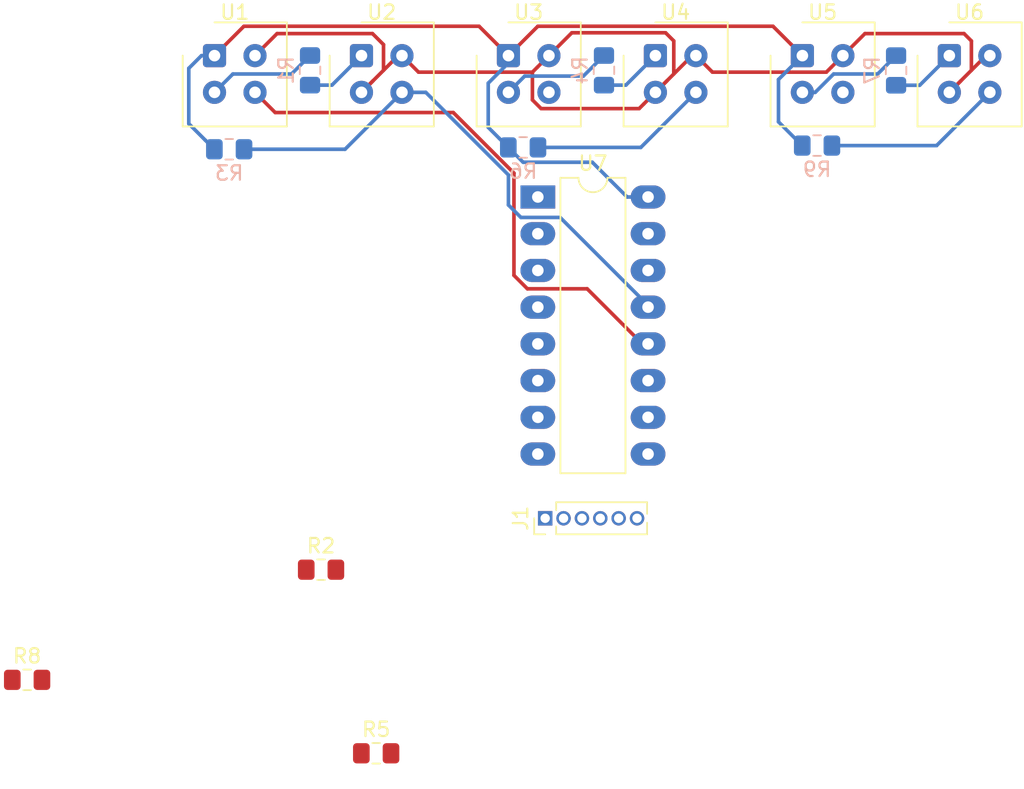
<source format=kicad_pcb>
(kicad_pcb (version 20171130) (host pcbnew "(5.0.1)-4")

  (general
    (thickness 1.6)
    (drawings 5)
    (tracks 101)
    (zones 0)
    (modules 17)
    (nets 19)
  )

  (page A4)
  (layers
    (0 F.Cu signal)
    (31 B.Cu signal)
    (32 B.Adhes user)
    (33 F.Adhes user)
    (34 B.Paste user)
    (35 F.Paste user)
    (36 B.SilkS user)
    (37 F.SilkS user)
    (38 B.Mask user)
    (39 F.Mask user)
    (40 Dwgs.User user hide)
    (41 Cmts.User user)
    (42 Eco1.User user)
    (43 Eco2.User user)
    (44 Edge.Cuts user)
    (45 Margin user)
    (46 B.CrtYd user)
    (47 F.CrtYd user)
    (48 B.Fab user)
    (49 F.Fab user)
  )

  (setup
    (last_trace_width 0.25)
    (trace_clearance 0.2)
    (zone_clearance 0.508)
    (zone_45_only no)
    (trace_min 0.2)
    (segment_width 0.2)
    (edge_width 0.15)
    (via_size 0.8)
    (via_drill 0.4)
    (via_min_size 0.4)
    (via_min_drill 0.3)
    (uvia_size 0.3)
    (uvia_drill 0.1)
    (uvias_allowed no)
    (uvia_min_size 0.2)
    (uvia_min_drill 0.1)
    (pcb_text_width 0.3)
    (pcb_text_size 1.5 1.5)
    (mod_edge_width 0.15)
    (mod_text_size 1 1)
    (mod_text_width 0.15)
    (pad_size 1.524 1.524)
    (pad_drill 0.762)
    (pad_to_mask_clearance 0.051)
    (solder_mask_min_width 0.25)
    (aux_axis_origin 0 0)
    (visible_elements FFFFFF7F)
    (pcbplotparams
      (layerselection 0x010fc_ffffffff)
      (usegerberextensions false)
      (usegerberattributes false)
      (usegerberadvancedattributes false)
      (creategerberjobfile false)
      (excludeedgelayer true)
      (linewidth 0.100000)
      (plotframeref false)
      (viasonmask false)
      (mode 1)
      (useauxorigin false)
      (hpglpennumber 1)
      (hpglpenspeed 20)
      (hpglpendiameter 15.000000)
      (psnegative false)
      (psa4output false)
      (plotreference true)
      (plotvalue true)
      (plotinvisibletext false)
      (padsonsilk false)
      (subtractmaskfromsilk false)
      (outputformat 1)
      (mirror false)
      (drillshape 1)
      (scaleselection 1)
      (outputdirectory ""))
  )

  (net 0 "")
  (net 1 +5V)
  (net 2 GND)
  (net 3 /linea1)
  (net 4 /linea2)
  (net 5 /linea3)
  (net 6 /linea_selec)
  (net 7 "Net-(R1-Pad1)")
  (net 8 "Net-(R1-Pad2)")
  (net 9 /sensor1)
  (net 10 /sensor2)
  (net 11 "Net-(R4-Pad2)")
  (net 12 "Net-(R4-Pad1)")
  (net 13 /sensor3)
  (net 14 /sensor4)
  (net 15 "Net-(R7-Pad1)")
  (net 16 "Net-(R7-Pad2)")
  (net 17 /sensor5)
  (net 18 /sensor6)

  (net_class Default "Esta es la clase de red por defecto."
    (clearance 0.2)
    (trace_width 0.25)
    (via_dia 0.8)
    (via_drill 0.4)
    (uvia_dia 0.3)
    (uvia_drill 0.1)
    (add_net +5V)
    (add_net /linea1)
    (add_net /linea2)
    (add_net /linea3)
    (add_net /linea_selec)
    (add_net /sensor1)
    (add_net /sensor2)
    (add_net /sensor3)
    (add_net /sensor4)
    (add_net /sensor5)
    (add_net /sensor6)
    (add_net GND)
    (add_net "Net-(R1-Pad1)")
    (add_net "Net-(R1-Pad2)")
    (add_net "Net-(R4-Pad1)")
    (add_net "Net-(R4-Pad2)")
    (add_net "Net-(R7-Pad1)")
    (add_net "Net-(R7-Pad2)")
  )

  (module Connector_PinHeader_1.27mm:PinHeader_1x06_P1.27mm_Vertical (layer F.Cu) (tedit 59FED6E3) (tstamp 5BFD627F)
    (at 178.054 100.584 90)
    (descr "Through hole straight pin header, 1x06, 1.27mm pitch, single row")
    (tags "Through hole pin header THT 1x06 1.27mm single row")
    (path /5BF1D433)
    (fp_text reference J1 (at 0 -1.695 90) (layer F.SilkS)
      (effects (font (size 1 1) (thickness 0.15)))
    )
    (fp_text value Conn_01x06_Female (at 0 8.045 90) (layer F.Fab)
      (effects (font (size 1 1) (thickness 0.15)))
    )
    (fp_line (start -0.525 -0.635) (end 1.05 -0.635) (layer F.Fab) (width 0.1))
    (fp_line (start 1.05 -0.635) (end 1.05 6.985) (layer F.Fab) (width 0.1))
    (fp_line (start 1.05 6.985) (end -1.05 6.985) (layer F.Fab) (width 0.1))
    (fp_line (start -1.05 6.985) (end -1.05 -0.11) (layer F.Fab) (width 0.1))
    (fp_line (start -1.05 -0.11) (end -0.525 -0.635) (layer F.Fab) (width 0.1))
    (fp_line (start -1.11 7.045) (end -0.30753 7.045) (layer F.SilkS) (width 0.12))
    (fp_line (start 0.30753 7.045) (end 1.11 7.045) (layer F.SilkS) (width 0.12))
    (fp_line (start -1.11 0.76) (end -1.11 7.045) (layer F.SilkS) (width 0.12))
    (fp_line (start 1.11 0.76) (end 1.11 7.045) (layer F.SilkS) (width 0.12))
    (fp_line (start -1.11 0.76) (end -0.563471 0.76) (layer F.SilkS) (width 0.12))
    (fp_line (start 0.563471 0.76) (end 1.11 0.76) (layer F.SilkS) (width 0.12))
    (fp_line (start -1.11 0) (end -1.11 -0.76) (layer F.SilkS) (width 0.12))
    (fp_line (start -1.11 -0.76) (end 0 -0.76) (layer F.SilkS) (width 0.12))
    (fp_line (start -1.55 -1.15) (end -1.55 7.5) (layer F.CrtYd) (width 0.05))
    (fp_line (start -1.55 7.5) (end 1.55 7.5) (layer F.CrtYd) (width 0.05))
    (fp_line (start 1.55 7.5) (end 1.55 -1.15) (layer F.CrtYd) (width 0.05))
    (fp_line (start 1.55 -1.15) (end -1.55 -1.15) (layer F.CrtYd) (width 0.05))
    (fp_text user %R (at 0 3.175 180) (layer F.Fab)
      (effects (font (size 1 1) (thickness 0.15)))
    )
    (pad 1 thru_hole rect (at 0 0 90) (size 1 1) (drill 0.65) (layers *.Cu *.Mask)
      (net 1 +5V))
    (pad 2 thru_hole oval (at 0 1.27 90) (size 1 1) (drill 0.65) (layers *.Cu *.Mask)
      (net 2 GND))
    (pad 3 thru_hole oval (at 0 2.54 90) (size 1 1) (drill 0.65) (layers *.Cu *.Mask)
      (net 3 /linea1))
    (pad 4 thru_hole oval (at 0 3.81 90) (size 1 1) (drill 0.65) (layers *.Cu *.Mask)
      (net 4 /linea2))
    (pad 5 thru_hole oval (at 0 5.08 90) (size 1 1) (drill 0.65) (layers *.Cu *.Mask)
      (net 5 /linea3))
    (pad 6 thru_hole oval (at 0 6.35 90) (size 1 1) (drill 0.65) (layers *.Cu *.Mask)
      (net 6 /linea_selec))
    (model ${KISYS3DMOD}/Connector_PinHeader_1.27mm.3dshapes/PinHeader_1x06_P1.27mm_Vertical.wrl
      (at (xyz 0 0 0))
      (scale (xyz 1 1 1))
      (rotate (xyz 0 0 0))
    )
  )

  (module Resistor_SMD:R_0805_2012Metric_Pad1.15x1.40mm_HandSolder (layer B.Cu) (tedit 5B36C52B) (tstamp 5BFD6290)
    (at 161.798 69.596 270)
    (descr "Resistor SMD 0805 (2012 Metric), square (rectangular) end terminal, IPC_7351 nominal with elongated pad for handsoldering. (Body size source: https://docs.google.com/spreadsheets/d/1BsfQQcO9C6DZCsRaXUlFlo91Tg2WpOkGARC1WS5S8t0/edit?usp=sharing), generated with kicad-footprint-generator")
    (tags "resistor handsolder")
    (path /5BF07713)
    (attr smd)
    (fp_text reference R1 (at 0 1.65 270) (layer B.SilkS)
      (effects (font (size 1 1) (thickness 0.15)) (justify mirror))
    )
    (fp_text value 82 (at 0 -1.65 270) (layer B.Fab)
      (effects (font (size 1 1) (thickness 0.15)) (justify mirror))
    )
    (fp_line (start -1 -0.6) (end -1 0.6) (layer B.Fab) (width 0.1))
    (fp_line (start -1 0.6) (end 1 0.6) (layer B.Fab) (width 0.1))
    (fp_line (start 1 0.6) (end 1 -0.6) (layer B.Fab) (width 0.1))
    (fp_line (start 1 -0.6) (end -1 -0.6) (layer B.Fab) (width 0.1))
    (fp_line (start -0.261252 0.71) (end 0.261252 0.71) (layer B.SilkS) (width 0.12))
    (fp_line (start -0.261252 -0.71) (end 0.261252 -0.71) (layer B.SilkS) (width 0.12))
    (fp_line (start -1.85 -0.95) (end -1.85 0.95) (layer B.CrtYd) (width 0.05))
    (fp_line (start -1.85 0.95) (end 1.85 0.95) (layer B.CrtYd) (width 0.05))
    (fp_line (start 1.85 0.95) (end 1.85 -0.95) (layer B.CrtYd) (width 0.05))
    (fp_line (start 1.85 -0.95) (end -1.85 -0.95) (layer B.CrtYd) (width 0.05))
    (fp_text user %R (at 0 0 270) (layer B.Fab)
      (effects (font (size 0.5 0.5) (thickness 0.08)) (justify mirror))
    )
    (pad 1 smd roundrect (at -1.025 0 270) (size 1.15 1.4) (layers B.Cu B.Paste B.Mask) (roundrect_rratio 0.217391)
      (net 7 "Net-(R1-Pad1)"))
    (pad 2 smd roundrect (at 1.025 0 270) (size 1.15 1.4) (layers B.Cu B.Paste B.Mask) (roundrect_rratio 0.217391)
      (net 8 "Net-(R1-Pad2)"))
    (model ${KISYS3DMOD}/Resistor_SMD.3dshapes/R_0805_2012Metric.wrl
      (at (xyz 0 0 0))
      (scale (xyz 1 1 1))
      (rotate (xyz 0 0 0))
    )
  )

  (module Resistor_SMD:R_0805_2012Metric_Pad1.15x1.40mm_HandSolder (layer F.Cu) (tedit 5B36C52B) (tstamp 5BFD62A1)
    (at 162.56 104.14)
    (descr "Resistor SMD 0805 (2012 Metric), square (rectangular) end terminal, IPC_7351 nominal with elongated pad for handsoldering. (Body size source: https://docs.google.com/spreadsheets/d/1BsfQQcO9C6DZCsRaXUlFlo91Tg2WpOkGARC1WS5S8t0/edit?usp=sharing), generated with kicad-footprint-generator")
    (tags "resistor handsolder")
    (path /5BEFF6C2)
    (attr smd)
    (fp_text reference R2 (at 0 -1.65) (layer F.SilkS)
      (effects (font (size 1 1) (thickness 0.15)))
    )
    (fp_text value 10k (at 0 1.65) (layer F.Fab)
      (effects (font (size 1 1) (thickness 0.15)))
    )
    (fp_line (start -1 0.6) (end -1 -0.6) (layer F.Fab) (width 0.1))
    (fp_line (start -1 -0.6) (end 1 -0.6) (layer F.Fab) (width 0.1))
    (fp_line (start 1 -0.6) (end 1 0.6) (layer F.Fab) (width 0.1))
    (fp_line (start 1 0.6) (end -1 0.6) (layer F.Fab) (width 0.1))
    (fp_line (start -0.261252 -0.71) (end 0.261252 -0.71) (layer F.SilkS) (width 0.12))
    (fp_line (start -0.261252 0.71) (end 0.261252 0.71) (layer F.SilkS) (width 0.12))
    (fp_line (start -1.85 0.95) (end -1.85 -0.95) (layer F.CrtYd) (width 0.05))
    (fp_line (start -1.85 -0.95) (end 1.85 -0.95) (layer F.CrtYd) (width 0.05))
    (fp_line (start 1.85 -0.95) (end 1.85 0.95) (layer F.CrtYd) (width 0.05))
    (fp_line (start 1.85 0.95) (end -1.85 0.95) (layer F.CrtYd) (width 0.05))
    (fp_text user %R (at 0 0) (layer F.Fab)
      (effects (font (size 0.5 0.5) (thickness 0.08)))
    )
    (pad 1 smd roundrect (at -1.025 0) (size 1.15 1.4) (layers F.Cu F.Paste F.Mask) (roundrect_rratio 0.217391)
      (net 1 +5V))
    (pad 2 smd roundrect (at 1.025 0) (size 1.15 1.4) (layers F.Cu F.Paste F.Mask) (roundrect_rratio 0.217391)
      (net 9 /sensor1))
    (model ${KISYS3DMOD}/Resistor_SMD.3dshapes/R_0805_2012Metric.wrl
      (at (xyz 0 0 0))
      (scale (xyz 1 1 1))
      (rotate (xyz 0 0 0))
    )
  )

  (module Resistor_SMD:R_0805_2012Metric_Pad1.15x1.40mm_HandSolder (layer B.Cu) (tedit 5B36C52B) (tstamp 5BFD62B2)
    (at 156.21 75.057)
    (descr "Resistor SMD 0805 (2012 Metric), square (rectangular) end terminal, IPC_7351 nominal with elongated pad for handsoldering. (Body size source: https://docs.google.com/spreadsheets/d/1BsfQQcO9C6DZCsRaXUlFlo91Tg2WpOkGARC1WS5S8t0/edit?usp=sharing), generated with kicad-footprint-generator")
    (tags "resistor handsolder")
    (path /5BEFF8AB)
    (attr smd)
    (fp_text reference R3 (at 0 1.65) (layer B.SilkS)
      (effects (font (size 1 1) (thickness 0.15)) (justify mirror))
    )
    (fp_text value 10k (at 0 -1.65) (layer B.Fab)
      (effects (font (size 1 1) (thickness 0.15)) (justify mirror))
    )
    (fp_text user %R (at 0 0) (layer B.Fab)
      (effects (font (size 0.5 0.5) (thickness 0.08)) (justify mirror))
    )
    (fp_line (start 1.85 -0.95) (end -1.85 -0.95) (layer B.CrtYd) (width 0.05))
    (fp_line (start 1.85 0.95) (end 1.85 -0.95) (layer B.CrtYd) (width 0.05))
    (fp_line (start -1.85 0.95) (end 1.85 0.95) (layer B.CrtYd) (width 0.05))
    (fp_line (start -1.85 -0.95) (end -1.85 0.95) (layer B.CrtYd) (width 0.05))
    (fp_line (start -0.261252 -0.71) (end 0.261252 -0.71) (layer B.SilkS) (width 0.12))
    (fp_line (start -0.261252 0.71) (end 0.261252 0.71) (layer B.SilkS) (width 0.12))
    (fp_line (start 1 -0.6) (end -1 -0.6) (layer B.Fab) (width 0.1))
    (fp_line (start 1 0.6) (end 1 -0.6) (layer B.Fab) (width 0.1))
    (fp_line (start -1 0.6) (end 1 0.6) (layer B.Fab) (width 0.1))
    (fp_line (start -1 -0.6) (end -1 0.6) (layer B.Fab) (width 0.1))
    (pad 2 smd roundrect (at 1.025 0) (size 1.15 1.4) (layers B.Cu B.Paste B.Mask) (roundrect_rratio 0.217391)
      (net 10 /sensor2))
    (pad 1 smd roundrect (at -1.025 0) (size 1.15 1.4) (layers B.Cu B.Paste B.Mask) (roundrect_rratio 0.217391)
      (net 1 +5V))
    (model ${KISYS3DMOD}/Resistor_SMD.3dshapes/R_0805_2012Metric.wrl
      (at (xyz 0 0 0))
      (scale (xyz 1 1 1))
      (rotate (xyz 0 0 0))
    )
  )

  (module Resistor_SMD:R_0805_2012Metric_Pad1.15x1.40mm_HandSolder (layer B.Cu) (tedit 5B36C52B) (tstamp 5BFD62C3)
    (at 182.118 69.596 270)
    (descr "Resistor SMD 0805 (2012 Metric), square (rectangular) end terminal, IPC_7351 nominal with elongated pad for handsoldering. (Body size source: https://docs.google.com/spreadsheets/d/1BsfQQcO9C6DZCsRaXUlFlo91Tg2WpOkGARC1WS5S8t0/edit?usp=sharing), generated with kicad-footprint-generator")
    (tags "resistor handsolder")
    (path /5BF07745)
    (attr smd)
    (fp_text reference R4 (at 0 1.65 270) (layer B.SilkS)
      (effects (font (size 1 1) (thickness 0.15)) (justify mirror))
    )
    (fp_text value 82 (at 0 -1.65 270) (layer B.Fab)
      (effects (font (size 1 1) (thickness 0.15)) (justify mirror))
    )
    (fp_text user %R (at 0 0 270) (layer B.Fab)
      (effects (font (size 0.5 0.5) (thickness 0.08)) (justify mirror))
    )
    (fp_line (start 1.85 -0.95) (end -1.85 -0.95) (layer B.CrtYd) (width 0.05))
    (fp_line (start 1.85 0.95) (end 1.85 -0.95) (layer B.CrtYd) (width 0.05))
    (fp_line (start -1.85 0.95) (end 1.85 0.95) (layer B.CrtYd) (width 0.05))
    (fp_line (start -1.85 -0.95) (end -1.85 0.95) (layer B.CrtYd) (width 0.05))
    (fp_line (start -0.261252 -0.71) (end 0.261252 -0.71) (layer B.SilkS) (width 0.12))
    (fp_line (start -0.261252 0.71) (end 0.261252 0.71) (layer B.SilkS) (width 0.12))
    (fp_line (start 1 -0.6) (end -1 -0.6) (layer B.Fab) (width 0.1))
    (fp_line (start 1 0.6) (end 1 -0.6) (layer B.Fab) (width 0.1))
    (fp_line (start -1 0.6) (end 1 0.6) (layer B.Fab) (width 0.1))
    (fp_line (start -1 -0.6) (end -1 0.6) (layer B.Fab) (width 0.1))
    (pad 2 smd roundrect (at 1.025 0 270) (size 1.15 1.4) (layers B.Cu B.Paste B.Mask) (roundrect_rratio 0.217391)
      (net 11 "Net-(R4-Pad2)"))
    (pad 1 smd roundrect (at -1.025 0 270) (size 1.15 1.4) (layers B.Cu B.Paste B.Mask) (roundrect_rratio 0.217391)
      (net 12 "Net-(R4-Pad1)"))
    (model ${KISYS3DMOD}/Resistor_SMD.3dshapes/R_0805_2012Metric.wrl
      (at (xyz 0 0 0))
      (scale (xyz 1 1 1))
      (rotate (xyz 0 0 0))
    )
  )

  (module Resistor_SMD:R_0805_2012Metric_Pad1.15x1.40mm_HandSolder (layer F.Cu) (tedit 5B36C52B) (tstamp 5BFD62D4)
    (at 166.37 116.84)
    (descr "Resistor SMD 0805 (2012 Metric), square (rectangular) end terminal, IPC_7351 nominal with elongated pad for handsoldering. (Body size source: https://docs.google.com/spreadsheets/d/1BsfQQcO9C6DZCsRaXUlFlo91Tg2WpOkGARC1WS5S8t0/edit?usp=sharing), generated with kicad-footprint-generator")
    (tags "resistor handsolder")
    (path /5BEFF9CD)
    (attr smd)
    (fp_text reference R5 (at 0 -1.65) (layer F.SilkS)
      (effects (font (size 1 1) (thickness 0.15)))
    )
    (fp_text value 10k (at 0 1.65) (layer F.Fab)
      (effects (font (size 1 1) (thickness 0.15)))
    )
    (fp_line (start -1 0.6) (end -1 -0.6) (layer F.Fab) (width 0.1))
    (fp_line (start -1 -0.6) (end 1 -0.6) (layer F.Fab) (width 0.1))
    (fp_line (start 1 -0.6) (end 1 0.6) (layer F.Fab) (width 0.1))
    (fp_line (start 1 0.6) (end -1 0.6) (layer F.Fab) (width 0.1))
    (fp_line (start -0.261252 -0.71) (end 0.261252 -0.71) (layer F.SilkS) (width 0.12))
    (fp_line (start -0.261252 0.71) (end 0.261252 0.71) (layer F.SilkS) (width 0.12))
    (fp_line (start -1.85 0.95) (end -1.85 -0.95) (layer F.CrtYd) (width 0.05))
    (fp_line (start -1.85 -0.95) (end 1.85 -0.95) (layer F.CrtYd) (width 0.05))
    (fp_line (start 1.85 -0.95) (end 1.85 0.95) (layer F.CrtYd) (width 0.05))
    (fp_line (start 1.85 0.95) (end -1.85 0.95) (layer F.CrtYd) (width 0.05))
    (fp_text user %R (at 0 0) (layer F.Fab)
      (effects (font (size 0.5 0.5) (thickness 0.08)))
    )
    (pad 1 smd roundrect (at -1.025 0) (size 1.15 1.4) (layers F.Cu F.Paste F.Mask) (roundrect_rratio 0.217391)
      (net 1 +5V))
    (pad 2 smd roundrect (at 1.025 0) (size 1.15 1.4) (layers F.Cu F.Paste F.Mask) (roundrect_rratio 0.217391)
      (net 13 /sensor3))
    (model ${KISYS3DMOD}/Resistor_SMD.3dshapes/R_0805_2012Metric.wrl
      (at (xyz 0 0 0))
      (scale (xyz 1 1 1))
      (rotate (xyz 0 0 0))
    )
  )

  (module Resistor_SMD:R_0805_2012Metric_Pad1.15x1.40mm_HandSolder (layer B.Cu) (tedit 5B36C52B) (tstamp 5BFD69E1)
    (at 176.53 74.93)
    (descr "Resistor SMD 0805 (2012 Metric), square (rectangular) end terminal, IPC_7351 nominal with elongated pad for handsoldering. (Body size source: https://docs.google.com/spreadsheets/d/1BsfQQcO9C6DZCsRaXUlFlo91Tg2WpOkGARC1WS5S8t0/edit?usp=sharing), generated with kicad-footprint-generator")
    (tags "resistor handsolder")
    (path /5BEFF8EF)
    (attr smd)
    (fp_text reference R6 (at 0 1.65) (layer B.SilkS)
      (effects (font (size 1 1) (thickness 0.15)) (justify mirror))
    )
    (fp_text value 10k (at 0 -1.65) (layer B.Fab)
      (effects (font (size 1 1) (thickness 0.15)) (justify mirror))
    )
    (fp_line (start -1 -0.6) (end -1 0.6) (layer B.Fab) (width 0.1))
    (fp_line (start -1 0.6) (end 1 0.6) (layer B.Fab) (width 0.1))
    (fp_line (start 1 0.6) (end 1 -0.6) (layer B.Fab) (width 0.1))
    (fp_line (start 1 -0.6) (end -1 -0.6) (layer B.Fab) (width 0.1))
    (fp_line (start -0.261252 0.71) (end 0.261252 0.71) (layer B.SilkS) (width 0.12))
    (fp_line (start -0.261252 -0.71) (end 0.261252 -0.71) (layer B.SilkS) (width 0.12))
    (fp_line (start -1.85 -0.95) (end -1.85 0.95) (layer B.CrtYd) (width 0.05))
    (fp_line (start -1.85 0.95) (end 1.85 0.95) (layer B.CrtYd) (width 0.05))
    (fp_line (start 1.85 0.95) (end 1.85 -0.95) (layer B.CrtYd) (width 0.05))
    (fp_line (start 1.85 -0.95) (end -1.85 -0.95) (layer B.CrtYd) (width 0.05))
    (fp_text user %R (at 0 0) (layer B.Fab)
      (effects (font (size 0.5 0.5) (thickness 0.08)) (justify mirror))
    )
    (pad 1 smd roundrect (at -1.025 0) (size 1.15 1.4) (layers B.Cu B.Paste B.Mask) (roundrect_rratio 0.217391)
      (net 1 +5V))
    (pad 2 smd roundrect (at 1.025 0) (size 1.15 1.4) (layers B.Cu B.Paste B.Mask) (roundrect_rratio 0.217391)
      (net 14 /sensor4))
    (model ${KISYS3DMOD}/Resistor_SMD.3dshapes/R_0805_2012Metric.wrl
      (at (xyz 0 0 0))
      (scale (xyz 1 1 1))
      (rotate (xyz 0 0 0))
    )
  )

  (module Resistor_SMD:R_0805_2012Metric_Pad1.15x1.40mm_HandSolder (layer B.Cu) (tedit 5B36C52B) (tstamp 5BFD62F6)
    (at 202.311 69.605 270)
    (descr "Resistor SMD 0805 (2012 Metric), square (rectangular) end terminal, IPC_7351 nominal with elongated pad for handsoldering. (Body size source: https://docs.google.com/spreadsheets/d/1BsfQQcO9C6DZCsRaXUlFlo91Tg2WpOkGARC1WS5S8t0/edit?usp=sharing), generated with kicad-footprint-generator")
    (tags "resistor handsolder")
    (path /5BF07793)
    (attr smd)
    (fp_text reference R7 (at 0 1.65 270) (layer B.SilkS)
      (effects (font (size 1 1) (thickness 0.15)) (justify mirror))
    )
    (fp_text value 82 (at 0 -1.65 270) (layer B.Fab)
      (effects (font (size 1 1) (thickness 0.15)) (justify mirror))
    )
    (fp_line (start -1 -0.6) (end -1 0.6) (layer B.Fab) (width 0.1))
    (fp_line (start -1 0.6) (end 1 0.6) (layer B.Fab) (width 0.1))
    (fp_line (start 1 0.6) (end 1 -0.6) (layer B.Fab) (width 0.1))
    (fp_line (start 1 -0.6) (end -1 -0.6) (layer B.Fab) (width 0.1))
    (fp_line (start -0.261252 0.71) (end 0.261252 0.71) (layer B.SilkS) (width 0.12))
    (fp_line (start -0.261252 -0.71) (end 0.261252 -0.71) (layer B.SilkS) (width 0.12))
    (fp_line (start -1.85 -0.95) (end -1.85 0.95) (layer B.CrtYd) (width 0.05))
    (fp_line (start -1.85 0.95) (end 1.85 0.95) (layer B.CrtYd) (width 0.05))
    (fp_line (start 1.85 0.95) (end 1.85 -0.95) (layer B.CrtYd) (width 0.05))
    (fp_line (start 1.85 -0.95) (end -1.85 -0.95) (layer B.CrtYd) (width 0.05))
    (fp_text user %R (at 0 0 270) (layer B.Fab)
      (effects (font (size 0.5 0.5) (thickness 0.08)) (justify mirror))
    )
    (pad 1 smd roundrect (at -1.025 0 270) (size 1.15 1.4) (layers B.Cu B.Paste B.Mask) (roundrect_rratio 0.217391)
      (net 15 "Net-(R7-Pad1)"))
    (pad 2 smd roundrect (at 1.025 0 270) (size 1.15 1.4) (layers B.Cu B.Paste B.Mask) (roundrect_rratio 0.217391)
      (net 16 "Net-(R7-Pad2)"))
    (model ${KISYS3DMOD}/Resistor_SMD.3dshapes/R_0805_2012Metric.wrl
      (at (xyz 0 0 0))
      (scale (xyz 1 1 1))
      (rotate (xyz 0 0 0))
    )
  )

  (module Resistor_SMD:R_0805_2012Metric_Pad1.15x1.40mm_HandSolder (layer F.Cu) (tedit 5B36C52B) (tstamp 5BFD6307)
    (at 142.24 111.76)
    (descr "Resistor SMD 0805 (2012 Metric), square (rectangular) end terminal, IPC_7351 nominal with elongated pad for handsoldering. (Body size source: https://docs.google.com/spreadsheets/d/1BsfQQcO9C6DZCsRaXUlFlo91Tg2WpOkGARC1WS5S8t0/edit?usp=sharing), generated with kicad-footprint-generator")
    (tags "resistor handsolder")
    (path /5BEFFA1B)
    (attr smd)
    (fp_text reference R8 (at 0 -1.65) (layer F.SilkS)
      (effects (font (size 1 1) (thickness 0.15)))
    )
    (fp_text value 10k (at 0 1.65) (layer F.Fab)
      (effects (font (size 1 1) (thickness 0.15)))
    )
    (fp_text user %R (at 0 0) (layer F.Fab)
      (effects (font (size 0.5 0.5) (thickness 0.08)))
    )
    (fp_line (start 1.85 0.95) (end -1.85 0.95) (layer F.CrtYd) (width 0.05))
    (fp_line (start 1.85 -0.95) (end 1.85 0.95) (layer F.CrtYd) (width 0.05))
    (fp_line (start -1.85 -0.95) (end 1.85 -0.95) (layer F.CrtYd) (width 0.05))
    (fp_line (start -1.85 0.95) (end -1.85 -0.95) (layer F.CrtYd) (width 0.05))
    (fp_line (start -0.261252 0.71) (end 0.261252 0.71) (layer F.SilkS) (width 0.12))
    (fp_line (start -0.261252 -0.71) (end 0.261252 -0.71) (layer F.SilkS) (width 0.12))
    (fp_line (start 1 0.6) (end -1 0.6) (layer F.Fab) (width 0.1))
    (fp_line (start 1 -0.6) (end 1 0.6) (layer F.Fab) (width 0.1))
    (fp_line (start -1 -0.6) (end 1 -0.6) (layer F.Fab) (width 0.1))
    (fp_line (start -1 0.6) (end -1 -0.6) (layer F.Fab) (width 0.1))
    (pad 2 smd roundrect (at 1.025 0) (size 1.15 1.4) (layers F.Cu F.Paste F.Mask) (roundrect_rratio 0.217391)
      (net 17 /sensor5))
    (pad 1 smd roundrect (at -1.025 0) (size 1.15 1.4) (layers F.Cu F.Paste F.Mask) (roundrect_rratio 0.217391)
      (net 1 +5V))
    (model ${KISYS3DMOD}/Resistor_SMD.3dshapes/R_0805_2012Metric.wrl
      (at (xyz 0 0 0))
      (scale (xyz 1 1 1))
      (rotate (xyz 0 0 0))
    )
  )

  (module Resistor_SMD:R_0805_2012Metric_Pad1.15x1.40mm_HandSolder (layer B.Cu) (tedit 5B36C52B) (tstamp 5BFD6318)
    (at 196.85 74.803)
    (descr "Resistor SMD 0805 (2012 Metric), square (rectangular) end terminal, IPC_7351 nominal with elongated pad for handsoldering. (Body size source: https://docs.google.com/spreadsheets/d/1BsfQQcO9C6DZCsRaXUlFlo91Tg2WpOkGARC1WS5S8t0/edit?usp=sharing), generated with kicad-footprint-generator")
    (tags "resistor handsolder")
    (path /5BEFF93B)
    (attr smd)
    (fp_text reference R9 (at 0 1.65) (layer B.SilkS)
      (effects (font (size 1 1) (thickness 0.15)) (justify mirror))
    )
    (fp_text value 10k (at 0 -1.65) (layer B.Fab)
      (effects (font (size 1 1) (thickness 0.15)) (justify mirror))
    )
    (fp_text user %R (at 0 0) (layer B.Fab)
      (effects (font (size 0.5 0.5) (thickness 0.08)) (justify mirror))
    )
    (fp_line (start 1.85 -0.95) (end -1.85 -0.95) (layer B.CrtYd) (width 0.05))
    (fp_line (start 1.85 0.95) (end 1.85 -0.95) (layer B.CrtYd) (width 0.05))
    (fp_line (start -1.85 0.95) (end 1.85 0.95) (layer B.CrtYd) (width 0.05))
    (fp_line (start -1.85 -0.95) (end -1.85 0.95) (layer B.CrtYd) (width 0.05))
    (fp_line (start -0.261252 -0.71) (end 0.261252 -0.71) (layer B.SilkS) (width 0.12))
    (fp_line (start -0.261252 0.71) (end 0.261252 0.71) (layer B.SilkS) (width 0.12))
    (fp_line (start 1 -0.6) (end -1 -0.6) (layer B.Fab) (width 0.1))
    (fp_line (start 1 0.6) (end 1 -0.6) (layer B.Fab) (width 0.1))
    (fp_line (start -1 0.6) (end 1 0.6) (layer B.Fab) (width 0.1))
    (fp_line (start -1 -0.6) (end -1 0.6) (layer B.Fab) (width 0.1))
    (pad 2 smd roundrect (at 1.025 0) (size 1.15 1.4) (layers B.Cu B.Paste B.Mask) (roundrect_rratio 0.217391)
      (net 18 /sensor6))
    (pad 1 smd roundrect (at -1.025 0) (size 1.15 1.4) (layers B.Cu B.Paste B.Mask) (roundrect_rratio 0.217391)
      (net 1 +5V))
    (model ${KISYS3DMOD}/Resistor_SMD.3dshapes/R_0805_2012Metric.wrl
      (at (xyz 0 0 0))
      (scale (xyz 1 1 1))
      (rotate (xyz 0 0 0))
    )
  )

  (module OptoDevice:Vishay_CNY70 (layer F.Cu) (tedit 5BF010A6) (tstamp 5BFD6BA0)
    (at 155.194 68.58)
    (descr "package for Vishay CNY70 refective photo coupler/interrupter")
    (tags "Vishay CNY70 refective photo coupler")
    (path /5BEFF16F)
    (fp_text reference U1 (at 1.4 -3) (layer F.SilkS)
      (effects (font (size 1 1) (thickness 0.15)))
    )
    (fp_text value CNY70 (at 1.4 5.8) (layer F.Fab)
      (effects (font (size 1 1) (thickness 0.15)))
    )
    (fp_line (start 5.15 5.05) (end -2.35 5.05) (layer F.CrtYd) (width 0.05))
    (fp_line (start 5.15 5.05) (end 5.15 -2.45) (layer F.CrtYd) (width 0.05))
    (fp_line (start -2.35 -2.45) (end -2.35 5.05) (layer F.CrtYd) (width 0.05))
    (fp_line (start -2.35 -2.45) (end 5.15 -2.45) (layer F.CrtYd) (width 0.05))
    (fp_line (start -1.1 -2.2) (end 4.9 -2.2) (layer F.Fab) (width 0.1))
    (fp_line (start 4.9 -2.2) (end 4.9 4.8) (layer F.Fab) (width 0.1))
    (fp_line (start 4.9 4.8) (end -2.1 4.8) (layer F.Fab) (width 0.1))
    (fp_line (start -2.1 4.8) (end -2.1 -1.2) (layer F.Fab) (width 0.1))
    (fp_line (start -2.1 -1.2) (end -1.1 -2.2) (layer F.Fab) (width 0.1))
    (fp_line (start 1.2 -2.2) (end 1.2 -1.9) (layer F.Fab) (width 0.1))
    (fp_line (start 1.2 -1.9) (end 1.6 -1.9) (layer F.Fab) (width 0.1))
    (fp_line (start 1.6 -1.9) (end 1.6 -2.2) (layer F.Fab) (width 0.1))
    (fp_line (start 1.6 4.8) (end 1.6 4.5) (layer F.Fab) (width 0.1))
    (fp_line (start 1.6 4.5) (end 1.2 4.5) (layer F.Fab) (width 0.1))
    (fp_line (start 1.2 4.5) (end 1.2 4.8) (layer F.Fab) (width 0.1))
    (fp_line (start 3.9 3.9) (end 3.9 -1.2) (layer F.Fab) (width 0.1))
    (fp_line (start 3.9 -1.2) (end -1.1 -1.2) (layer F.Fab) (width 0.1))
    (fp_line (start -1.1 -1.2) (end -1.1 3.9) (layer F.Fab) (width 0.1))
    (fp_line (start -1.1 3.9) (end 3.9 3.9) (layer F.Fab) (width 0.1))
    (fp_line (start 5 -2.3) (end 0 -2.3) (layer F.SilkS) (width 0.12))
    (fp_line (start -2.2 0) (end -2.2 4.9) (layer F.SilkS) (width 0.12))
    (fp_line (start -2.2 4.9) (end 5 4.9) (layer F.SilkS) (width 0.12))
    (fp_line (start 5 4.9) (end 5 -2.3) (layer F.SilkS) (width 0.12))
    (fp_text user %R (at 1.5 1.4) (layer F.Fab)
      (effects (font (size 1 1) (thickness 0.15)))
    )
    (pad 1 thru_hole roundrect (at 0 0) (size 1.6 1.6) (drill 0.8) (layers *.Cu *.Mask) (roundrect_rratio 0.156)
      (net 1 +5V))
    (pad 2 thru_hole circle (at 0 2.54) (size 1.6 1.6) (drill 0.8) (layers *.Cu *.Mask)
      (net 7 "Net-(R1-Pad1)"))
    (pad 3 thru_hole circle (at 2.8 2.54) (size 1.6 1.6) (drill 0.8) (layers *.Cu *.Mask)
      (net 9 /sensor1))
    (pad 4 thru_hole circle (at 2.8 0) (size 1.6 1.6) (drill 0.8) (layers *.Cu *.Mask)
      (net 2 GND))
    (model ${KISYS3DMOD}/OptoDevice.3dshapes/Vishay_CNY70.wrl
      (at (xyz 0 0 0))
      (scale (xyz 1 1 1))
      (rotate (xyz 0 0 0))
    )
  )

  (module OptoDevice:Vishay_CNY70 (layer F.Cu) (tedit 5B8AF8E9) (tstamp 5BFD6DA1)
    (at 165.354 68.58)
    (descr "package for Vishay CNY70 refective photo coupler/interrupter")
    (tags "Vishay CNY70 refective photo coupler")
    (path /5BEFF20B)
    (fp_text reference U2 (at 1.4 -3) (layer F.SilkS)
      (effects (font (size 1 1) (thickness 0.15)))
    )
    (fp_text value CNY70 (at 1.4 5.8) (layer F.Fab)
      (effects (font (size 1 1) (thickness 0.15)))
    )
    (fp_text user %R (at 1.5 1.4) (layer F.Fab)
      (effects (font (size 1 1) (thickness 0.15)))
    )
    (fp_line (start 5 4.9) (end 5 -2.3) (layer F.SilkS) (width 0.12))
    (fp_line (start -2.2 4.9) (end 5 4.9) (layer F.SilkS) (width 0.12))
    (fp_line (start -2.2 0) (end -2.2 4.9) (layer F.SilkS) (width 0.12))
    (fp_line (start 5 -2.3) (end 0 -2.3) (layer F.SilkS) (width 0.12))
    (fp_line (start -1.1 3.9) (end 3.9 3.9) (layer F.Fab) (width 0.1))
    (fp_line (start -1.1 -1.2) (end -1.1 3.9) (layer F.Fab) (width 0.1))
    (fp_line (start 3.9 -1.2) (end -1.1 -1.2) (layer F.Fab) (width 0.1))
    (fp_line (start 3.9 3.9) (end 3.9 -1.2) (layer F.Fab) (width 0.1))
    (fp_line (start 1.2 4.5) (end 1.2 4.8) (layer F.Fab) (width 0.1))
    (fp_line (start 1.6 4.5) (end 1.2 4.5) (layer F.Fab) (width 0.1))
    (fp_line (start 1.6 4.8) (end 1.6 4.5) (layer F.Fab) (width 0.1))
    (fp_line (start 1.6 -1.9) (end 1.6 -2.2) (layer F.Fab) (width 0.1))
    (fp_line (start 1.2 -1.9) (end 1.6 -1.9) (layer F.Fab) (width 0.1))
    (fp_line (start 1.2 -2.2) (end 1.2 -1.9) (layer F.Fab) (width 0.1))
    (fp_line (start -2.1 -1.2) (end -1.1 -2.2) (layer F.Fab) (width 0.1))
    (fp_line (start -2.1 4.8) (end -2.1 -1.2) (layer F.Fab) (width 0.1))
    (fp_line (start 4.9 4.8) (end -2.1 4.8) (layer F.Fab) (width 0.1))
    (fp_line (start 4.9 -2.2) (end 4.9 4.8) (layer F.Fab) (width 0.1))
    (fp_line (start -1.1 -2.2) (end 4.9 -2.2) (layer F.Fab) (width 0.1))
    (fp_line (start -2.35 -2.45) (end 5.15 -2.45) (layer F.CrtYd) (width 0.05))
    (fp_line (start -2.35 -2.45) (end -2.35 5.05) (layer F.CrtYd) (width 0.05))
    (fp_line (start 5.15 5.05) (end 5.15 -2.45) (layer F.CrtYd) (width 0.05))
    (fp_line (start 5.15 5.05) (end -2.35 5.05) (layer F.CrtYd) (width 0.05))
    (pad 4 thru_hole circle (at 2.8 0) (size 1.6 1.6) (drill 0.8) (layers *.Cu *.Mask)
      (net 2 GND))
    (pad 3 thru_hole circle (at 2.8 2.54) (size 1.6 1.6) (drill 0.8) (layers *.Cu *.Mask)
      (net 10 /sensor2))
    (pad 2 thru_hole circle (at 0 2.54) (size 1.6 1.6) (drill 0.8) (layers *.Cu *.Mask)
      (net 2 GND))
    (pad 1 thru_hole roundrect (at 0 0) (size 1.6 1.6) (drill 0.8) (layers *.Cu *.Mask) (roundrect_rratio 0.156)
      (net 8 "Net-(R1-Pad2)"))
    (model ${KISYS3DMOD}/OptoDevice.3dshapes/Vishay_CNY70.wrl
      (at (xyz 0 0 0))
      (scale (xyz 1 1 1))
      (rotate (xyz 0 0 0))
    )
  )

  (module OptoDevice:Vishay_CNY70 (layer F.Cu) (tedit 5B8AF8E9) (tstamp 5BFD6E46)
    (at 175.514 68.58)
    (descr "package for Vishay CNY70 refective photo coupler/interrupter")
    (tags "Vishay CNY70 refective photo coupler")
    (path /5BEFF25A)
    (fp_text reference U3 (at 1.4 -3) (layer F.SilkS)
      (effects (font (size 1 1) (thickness 0.15)))
    )
    (fp_text value CNY70 (at 1.4 5.8) (layer F.Fab)
      (effects (font (size 1 1) (thickness 0.15)))
    )
    (fp_line (start 5.15 5.05) (end -2.35 5.05) (layer F.CrtYd) (width 0.05))
    (fp_line (start 5.15 5.05) (end 5.15 -2.45) (layer F.CrtYd) (width 0.05))
    (fp_line (start -2.35 -2.45) (end -2.35 5.05) (layer F.CrtYd) (width 0.05))
    (fp_line (start -2.35 -2.45) (end 5.15 -2.45) (layer F.CrtYd) (width 0.05))
    (fp_line (start -1.1 -2.2) (end 4.9 -2.2) (layer F.Fab) (width 0.1))
    (fp_line (start 4.9 -2.2) (end 4.9 4.8) (layer F.Fab) (width 0.1))
    (fp_line (start 4.9 4.8) (end -2.1 4.8) (layer F.Fab) (width 0.1))
    (fp_line (start -2.1 4.8) (end -2.1 -1.2) (layer F.Fab) (width 0.1))
    (fp_line (start -2.1 -1.2) (end -1.1 -2.2) (layer F.Fab) (width 0.1))
    (fp_line (start 1.2 -2.2) (end 1.2 -1.9) (layer F.Fab) (width 0.1))
    (fp_line (start 1.2 -1.9) (end 1.6 -1.9) (layer F.Fab) (width 0.1))
    (fp_line (start 1.6 -1.9) (end 1.6 -2.2) (layer F.Fab) (width 0.1))
    (fp_line (start 1.6 4.8) (end 1.6 4.5) (layer F.Fab) (width 0.1))
    (fp_line (start 1.6 4.5) (end 1.2 4.5) (layer F.Fab) (width 0.1))
    (fp_line (start 1.2 4.5) (end 1.2 4.8) (layer F.Fab) (width 0.1))
    (fp_line (start 3.9 3.9) (end 3.9 -1.2) (layer F.Fab) (width 0.1))
    (fp_line (start 3.9 -1.2) (end -1.1 -1.2) (layer F.Fab) (width 0.1))
    (fp_line (start -1.1 -1.2) (end -1.1 3.9) (layer F.Fab) (width 0.1))
    (fp_line (start -1.1 3.9) (end 3.9 3.9) (layer F.Fab) (width 0.1))
    (fp_line (start 5 -2.3) (end 0 -2.3) (layer F.SilkS) (width 0.12))
    (fp_line (start -2.2 0) (end -2.2 4.9) (layer F.SilkS) (width 0.12))
    (fp_line (start -2.2 4.9) (end 5 4.9) (layer F.SilkS) (width 0.12))
    (fp_line (start 5 4.9) (end 5 -2.3) (layer F.SilkS) (width 0.12))
    (fp_text user %R (at 1.5 1.4) (layer F.Fab)
      (effects (font (size 1 1) (thickness 0.15)))
    )
    (pad 1 thru_hole roundrect (at 0 0) (size 1.6 1.6) (drill 0.8) (layers *.Cu *.Mask) (roundrect_rratio 0.156)
      (net 1 +5V))
    (pad 2 thru_hole circle (at 0 2.54) (size 1.6 1.6) (drill 0.8) (layers *.Cu *.Mask)
      (net 12 "Net-(R4-Pad1)"))
    (pad 3 thru_hole circle (at 2.8 2.54) (size 1.6 1.6) (drill 0.8) (layers *.Cu *.Mask)
      (net 13 /sensor3))
    (pad 4 thru_hole circle (at 2.8 0) (size 1.6 1.6) (drill 0.8) (layers *.Cu *.Mask)
      (net 2 GND))
    (model ${KISYS3DMOD}/OptoDevice.3dshapes/Vishay_CNY70.wrl
      (at (xyz 0 0 0))
      (scale (xyz 1 1 1))
      (rotate (xyz 0 0 0))
    )
  )

  (module OptoDevice:Vishay_CNY70 (layer F.Cu) (tedit 5BF00AC8) (tstamp 5BFD6398)
    (at 185.674 68.58)
    (descr "package for Vishay CNY70 refective photo coupler/interrupter")
    (tags "Vishay CNY70 refective photo coupler")
    (path /5BEFF234)
    (fp_text reference U4 (at 1.4 -3) (layer F.SilkS)
      (effects (font (size 1 1) (thickness 0.15)))
    )
    (fp_text value CNY70 (at 1.4 5.8) (layer F.Fab)
      (effects (font (size 1 1) (thickness 0.15)))
    )
    (fp_text user %R (at 1.5 1.4) (layer F.Fab)
      (effects (font (size 1 1) (thickness 0.15)))
    )
    (fp_line (start 5 4.9) (end 5 -2.3) (layer F.SilkS) (width 0.12))
    (fp_line (start -2.2 4.9) (end 5 4.9) (layer F.SilkS) (width 0.12))
    (fp_line (start -2.2 0) (end -2.2 4.9) (layer F.SilkS) (width 0.12))
    (fp_line (start 5 -2.3) (end 0 -2.3) (layer F.SilkS) (width 0.12))
    (fp_line (start -1.1 3.9) (end 3.9 3.9) (layer F.Fab) (width 0.1))
    (fp_line (start -1.1 -1.2) (end -1.1 3.9) (layer F.Fab) (width 0.1))
    (fp_line (start 3.9 -1.2) (end -1.1 -1.2) (layer F.Fab) (width 0.1))
    (fp_line (start 3.9 3.9) (end 3.9 -1.2) (layer F.Fab) (width 0.1))
    (fp_line (start 1.2 4.5) (end 1.2 4.8) (layer F.Fab) (width 0.1))
    (fp_line (start 1.6 4.5) (end 1.2 4.5) (layer F.Fab) (width 0.1))
    (fp_line (start 1.6 4.8) (end 1.6 4.5) (layer F.Fab) (width 0.1))
    (fp_line (start 1.6 -1.9) (end 1.6 -2.2) (layer F.Fab) (width 0.1))
    (fp_line (start 1.2 -1.9) (end 1.6 -1.9) (layer F.Fab) (width 0.1))
    (fp_line (start 1.2 -2.2) (end 1.2 -1.9) (layer F.Fab) (width 0.1))
    (fp_line (start -2.1 -1.2) (end -1.1 -2.2) (layer F.Fab) (width 0.1))
    (fp_line (start -2.1 4.8) (end -2.1 -1.2) (layer F.Fab) (width 0.1))
    (fp_line (start 4.9 4.8) (end -2.1 4.8) (layer F.Fab) (width 0.1))
    (fp_line (start 4.9 -2.2) (end 4.9 4.8) (layer F.Fab) (width 0.1))
    (fp_line (start -1.1 -2.2) (end 4.9 -2.2) (layer F.Fab) (width 0.1))
    (fp_line (start -2.35 -2.45) (end 5.15 -2.45) (layer F.CrtYd) (width 0.05))
    (fp_line (start -2.35 -2.45) (end -2.35 5.05) (layer F.CrtYd) (width 0.05))
    (fp_line (start 5.15 5.05) (end 5.15 -2.45) (layer F.CrtYd) (width 0.05))
    (fp_line (start 5.15 5.05) (end -2.35 5.05) (layer F.CrtYd) (width 0.05))
    (pad 4 thru_hole circle (at 2.8 0) (size 1.6 1.6) (drill 0.8) (layers *.Cu *.Mask)
      (net 2 GND))
    (pad 3 thru_hole circle (at 2.8 2.54) (size 1.6 1.6) (drill 0.8) (layers *.Cu *.Mask)
      (net 14 /sensor4))
    (pad 2 thru_hole circle (at 0 2.54) (size 1.6 1.6) (drill 0.8) (layers *.Cu *.Mask)
      (net 2 GND))
    (pad 1 thru_hole roundrect (at 0 0) (size 1.6 1.6) (drill 0.8) (layers *.Cu *.Mask) (roundrect_rratio 0.156)
      (net 11 "Net-(R4-Pad2)"))
    (model ${KISYS3DMOD}/OptoDevice.3dshapes/Vishay_CNY70.wrl
      (at (xyz 0 0 0))
      (scale (xyz 1 1 1))
      (rotate (xyz 0 0 0))
    )
  )

  (module OptoDevice:Vishay_CNY70 (layer F.Cu) (tedit 5B8AF8E9) (tstamp 5BFD63B8)
    (at 195.834 68.58)
    (descr "package for Vishay CNY70 refective photo coupler/interrupter")
    (tags "Vishay CNY70 refective photo coupler")
    (path /5BEFF298)
    (fp_text reference U5 (at 1.4 -3) (layer F.SilkS)
      (effects (font (size 1 1) (thickness 0.15)))
    )
    (fp_text value CNY70 (at 1.4 5.8) (layer F.Fab)
      (effects (font (size 1 1) (thickness 0.15)))
    )
    (fp_text user %R (at 1.5 1.4) (layer F.Fab)
      (effects (font (size 1 1) (thickness 0.15)))
    )
    (fp_line (start 5 4.9) (end 5 -2.3) (layer F.SilkS) (width 0.12))
    (fp_line (start -2.2 4.9) (end 5 4.9) (layer F.SilkS) (width 0.12))
    (fp_line (start -2.2 0) (end -2.2 4.9) (layer F.SilkS) (width 0.12))
    (fp_line (start 5 -2.3) (end 0 -2.3) (layer F.SilkS) (width 0.12))
    (fp_line (start -1.1 3.9) (end 3.9 3.9) (layer F.Fab) (width 0.1))
    (fp_line (start -1.1 -1.2) (end -1.1 3.9) (layer F.Fab) (width 0.1))
    (fp_line (start 3.9 -1.2) (end -1.1 -1.2) (layer F.Fab) (width 0.1))
    (fp_line (start 3.9 3.9) (end 3.9 -1.2) (layer F.Fab) (width 0.1))
    (fp_line (start 1.2 4.5) (end 1.2 4.8) (layer F.Fab) (width 0.1))
    (fp_line (start 1.6 4.5) (end 1.2 4.5) (layer F.Fab) (width 0.1))
    (fp_line (start 1.6 4.8) (end 1.6 4.5) (layer F.Fab) (width 0.1))
    (fp_line (start 1.6 -1.9) (end 1.6 -2.2) (layer F.Fab) (width 0.1))
    (fp_line (start 1.2 -1.9) (end 1.6 -1.9) (layer F.Fab) (width 0.1))
    (fp_line (start 1.2 -2.2) (end 1.2 -1.9) (layer F.Fab) (width 0.1))
    (fp_line (start -2.1 -1.2) (end -1.1 -2.2) (layer F.Fab) (width 0.1))
    (fp_line (start -2.1 4.8) (end -2.1 -1.2) (layer F.Fab) (width 0.1))
    (fp_line (start 4.9 4.8) (end -2.1 4.8) (layer F.Fab) (width 0.1))
    (fp_line (start 4.9 -2.2) (end 4.9 4.8) (layer F.Fab) (width 0.1))
    (fp_line (start -1.1 -2.2) (end 4.9 -2.2) (layer F.Fab) (width 0.1))
    (fp_line (start -2.35 -2.45) (end 5.15 -2.45) (layer F.CrtYd) (width 0.05))
    (fp_line (start -2.35 -2.45) (end -2.35 5.05) (layer F.CrtYd) (width 0.05))
    (fp_line (start 5.15 5.05) (end 5.15 -2.45) (layer F.CrtYd) (width 0.05))
    (fp_line (start 5.15 5.05) (end -2.35 5.05) (layer F.CrtYd) (width 0.05))
    (pad 4 thru_hole circle (at 2.8 0) (size 1.6 1.6) (drill 0.8) (layers *.Cu *.Mask)
      (net 2 GND))
    (pad 3 thru_hole circle (at 2.8 2.54) (size 1.6 1.6) (drill 0.8) (layers *.Cu *.Mask)
      (net 17 /sensor5))
    (pad 2 thru_hole circle (at 0 2.54) (size 1.6 1.6) (drill 0.8) (layers *.Cu *.Mask)
      (net 15 "Net-(R7-Pad1)"))
    (pad 1 thru_hole roundrect (at 0 0) (size 1.6 1.6) (drill 0.8) (layers *.Cu *.Mask) (roundrect_rratio 0.156)
      (net 1 +5V))
    (model ${KISYS3DMOD}/OptoDevice.3dshapes/Vishay_CNY70.wrl
      (at (xyz 0 0 0))
      (scale (xyz 1 1 1))
      (rotate (xyz 0 0 0))
    )
  )

  (module OptoDevice:Vishay_CNY70 (layer F.Cu) (tedit 5B8AF8E9) (tstamp 5BFD63D8)
    (at 205.994 68.58)
    (descr "package for Vishay CNY70 refective photo coupler/interrupter")
    (tags "Vishay CNY70 refective photo coupler")
    (path /5BEFF2C0)
    (fp_text reference U6 (at 1.4 -3) (layer F.SilkS)
      (effects (font (size 1 1) (thickness 0.15)))
    )
    (fp_text value CNY70 (at 1.4 5.8) (layer F.Fab)
      (effects (font (size 1 1) (thickness 0.15)))
    )
    (fp_line (start 5.15 5.05) (end -2.35 5.05) (layer F.CrtYd) (width 0.05))
    (fp_line (start 5.15 5.05) (end 5.15 -2.45) (layer F.CrtYd) (width 0.05))
    (fp_line (start -2.35 -2.45) (end -2.35 5.05) (layer F.CrtYd) (width 0.05))
    (fp_line (start -2.35 -2.45) (end 5.15 -2.45) (layer F.CrtYd) (width 0.05))
    (fp_line (start -1.1 -2.2) (end 4.9 -2.2) (layer F.Fab) (width 0.1))
    (fp_line (start 4.9 -2.2) (end 4.9 4.8) (layer F.Fab) (width 0.1))
    (fp_line (start 4.9 4.8) (end -2.1 4.8) (layer F.Fab) (width 0.1))
    (fp_line (start -2.1 4.8) (end -2.1 -1.2) (layer F.Fab) (width 0.1))
    (fp_line (start -2.1 -1.2) (end -1.1 -2.2) (layer F.Fab) (width 0.1))
    (fp_line (start 1.2 -2.2) (end 1.2 -1.9) (layer F.Fab) (width 0.1))
    (fp_line (start 1.2 -1.9) (end 1.6 -1.9) (layer F.Fab) (width 0.1))
    (fp_line (start 1.6 -1.9) (end 1.6 -2.2) (layer F.Fab) (width 0.1))
    (fp_line (start 1.6 4.8) (end 1.6 4.5) (layer F.Fab) (width 0.1))
    (fp_line (start 1.6 4.5) (end 1.2 4.5) (layer F.Fab) (width 0.1))
    (fp_line (start 1.2 4.5) (end 1.2 4.8) (layer F.Fab) (width 0.1))
    (fp_line (start 3.9 3.9) (end 3.9 -1.2) (layer F.Fab) (width 0.1))
    (fp_line (start 3.9 -1.2) (end -1.1 -1.2) (layer F.Fab) (width 0.1))
    (fp_line (start -1.1 -1.2) (end -1.1 3.9) (layer F.Fab) (width 0.1))
    (fp_line (start -1.1 3.9) (end 3.9 3.9) (layer F.Fab) (width 0.1))
    (fp_line (start 5 -2.3) (end 0 -2.3) (layer F.SilkS) (width 0.12))
    (fp_line (start -2.2 0) (end -2.2 4.9) (layer F.SilkS) (width 0.12))
    (fp_line (start -2.2 4.9) (end 5 4.9) (layer F.SilkS) (width 0.12))
    (fp_line (start 5 4.9) (end 5 -2.3) (layer F.SilkS) (width 0.12))
    (fp_text user %R (at 1.5 1.4) (layer F.Fab)
      (effects (font (size 1 1) (thickness 0.15)))
    )
    (pad 1 thru_hole roundrect (at 0 0) (size 1.6 1.6) (drill 0.8) (layers *.Cu *.Mask) (roundrect_rratio 0.156)
      (net 16 "Net-(R7-Pad2)"))
    (pad 2 thru_hole circle (at 0 2.54) (size 1.6 1.6) (drill 0.8) (layers *.Cu *.Mask)
      (net 2 GND))
    (pad 3 thru_hole circle (at 2.8 2.54) (size 1.6 1.6) (drill 0.8) (layers *.Cu *.Mask)
      (net 18 /sensor6))
    (pad 4 thru_hole circle (at 2.8 0) (size 1.6 1.6) (drill 0.8) (layers *.Cu *.Mask)
      (net 2 GND))
    (model ${KISYS3DMOD}/OptoDevice.3dshapes/Vishay_CNY70.wrl
      (at (xyz 0 0 0))
      (scale (xyz 1 1 1))
      (rotate (xyz 0 0 0))
    )
  )

  (module Package_DIP:DIP-16_W7.62mm_LongPads (layer F.Cu) (tedit 5A02E8C5) (tstamp 5BFD63FC)
    (at 177.546 78.359)
    (descr "16-lead though-hole mounted DIP package, row spacing 7.62 mm (300 mils), LongPads")
    (tags "THT DIP DIL PDIP 2.54mm 7.62mm 300mil LongPads")
    (path /5BF0AC38)
    (fp_text reference U7 (at 3.81 -2.33) (layer F.SilkS)
      (effects (font (size 1 1) (thickness 0.15)))
    )
    (fp_text value 4053 (at 3.81 20.11) (layer F.Fab)
      (effects (font (size 1 1) (thickness 0.15)))
    )
    (fp_arc (start 3.81 -1.33) (end 2.81 -1.33) (angle -180) (layer F.SilkS) (width 0.12))
    (fp_line (start 1.635 -1.27) (end 6.985 -1.27) (layer F.Fab) (width 0.1))
    (fp_line (start 6.985 -1.27) (end 6.985 19.05) (layer F.Fab) (width 0.1))
    (fp_line (start 6.985 19.05) (end 0.635 19.05) (layer F.Fab) (width 0.1))
    (fp_line (start 0.635 19.05) (end 0.635 -0.27) (layer F.Fab) (width 0.1))
    (fp_line (start 0.635 -0.27) (end 1.635 -1.27) (layer F.Fab) (width 0.1))
    (fp_line (start 2.81 -1.33) (end 1.56 -1.33) (layer F.SilkS) (width 0.12))
    (fp_line (start 1.56 -1.33) (end 1.56 19.11) (layer F.SilkS) (width 0.12))
    (fp_line (start 1.56 19.11) (end 6.06 19.11) (layer F.SilkS) (width 0.12))
    (fp_line (start 6.06 19.11) (end 6.06 -1.33) (layer F.SilkS) (width 0.12))
    (fp_line (start 6.06 -1.33) (end 4.81 -1.33) (layer F.SilkS) (width 0.12))
    (fp_line (start -1.45 -1.55) (end -1.45 19.3) (layer F.CrtYd) (width 0.05))
    (fp_line (start -1.45 19.3) (end 9.1 19.3) (layer F.CrtYd) (width 0.05))
    (fp_line (start 9.1 19.3) (end 9.1 -1.55) (layer F.CrtYd) (width 0.05))
    (fp_line (start 9.1 -1.55) (end -1.45 -1.55) (layer F.CrtYd) (width 0.05))
    (fp_text user %R (at 3.81 8.89) (layer F.Fab)
      (effects (font (size 1 1) (thickness 0.15)))
    )
    (pad 1 thru_hole rect (at 0 0) (size 2.4 1.6) (drill 0.8) (layers *.Cu *.Mask)
      (net 14 /sensor4))
    (pad 9 thru_hole oval (at 7.62 17.78) (size 2.4 1.6) (drill 0.8) (layers *.Cu *.Mask)
      (net 6 /linea_selec))
    (pad 2 thru_hole oval (at 0 2.54) (size 2.4 1.6) (drill 0.8) (layers *.Cu *.Mask)
      (net 13 /sensor3))
    (pad 10 thru_hole oval (at 7.62 15.24) (size 2.4 1.6) (drill 0.8) (layers *.Cu *.Mask)
      (net 6 /linea_selec))
    (pad 3 thru_hole oval (at 0 5.08) (size 2.4 1.6) (drill 0.8) (layers *.Cu *.Mask)
      (net 18 /sensor6))
    (pad 11 thru_hole oval (at 7.62 12.7) (size 2.4 1.6) (drill 0.8) (layers *.Cu *.Mask)
      (net 6 /linea_selec))
    (pad 4 thru_hole oval (at 0 7.62) (size 2.4 1.6) (drill 0.8) (layers *.Cu *.Mask)
      (net 5 /linea3))
    (pad 12 thru_hole oval (at 7.62 10.16) (size 2.4 1.6) (drill 0.8) (layers *.Cu *.Mask)
      (net 9 /sensor1))
    (pad 5 thru_hole oval (at 0 10.16) (size 2.4 1.6) (drill 0.8) (layers *.Cu *.Mask)
      (net 17 /sensor5))
    (pad 13 thru_hole oval (at 7.62 7.62) (size 2.4 1.6) (drill 0.8) (layers *.Cu *.Mask)
      (net 10 /sensor2))
    (pad 6 thru_hole oval (at 0 12.7) (size 2.4 1.6) (drill 0.8) (layers *.Cu *.Mask)
      (net 2 GND))
    (pad 14 thru_hole oval (at 7.62 5.08) (size 2.4 1.6) (drill 0.8) (layers *.Cu *.Mask)
      (net 3 /linea1))
    (pad 7 thru_hole oval (at 0 15.24) (size 2.4 1.6) (drill 0.8) (layers *.Cu *.Mask)
      (net 2 GND))
    (pad 15 thru_hole oval (at 7.62 2.54) (size 2.4 1.6) (drill 0.8) (layers *.Cu *.Mask)
      (net 4 /linea2))
    (pad 8 thru_hole oval (at 0 17.78) (size 2.4 1.6) (drill 0.8) (layers *.Cu *.Mask)
      (net 2 GND))
    (pad 16 thru_hole oval (at 7.62 0) (size 2.4 1.6) (drill 0.8) (layers *.Cu *.Mask)
      (net 1 +5V))
    (model ${KISYS3DMOD}/Package_DIP.3dshapes/DIP-16_W7.62mm.wrl
      (at (xyz 0 0 0))
      (scale (xyz 1 1 1))
      (rotate (xyz 0 0 0))
    )
  )

  (dimension 10.16 (width 0.3) (layer Dwgs.User) (tstamp 5BFD7626)
    (gr_text "10,160 mm" (at 202.184 81.094) (layer Dwgs.User) (tstamp 5BFD764B)
      (effects (font (size 1.5 1.5) (thickness 0.3)))
    )
    (feature1 (pts (xy 207.264 77.47) (xy 207.264 79.580421)))
    (feature2 (pts (xy 197.104 77.47) (xy 197.104 79.580421)))
    (crossbar (pts (xy 197.104 78.994) (xy 207.264 78.994)))
    (arrow1a (pts (xy 207.264 78.994) (xy 206.137496 79.580421)))
    (arrow1b (pts (xy 207.264 78.994) (xy 206.137496 78.407579)))
    (arrow2a (pts (xy 197.104 78.994) (xy 198.230504 79.580421)))
    (arrow2b (pts (xy 197.104 78.994) (xy 198.230504 78.407579)))
  )
  (dimension 10.16 (width 0.3) (layer Dwgs.User)
    (gr_text "10,160 mm" (at 192.024 81.094) (layer Dwgs.User)
      (effects (font (size 1.5 1.5) (thickness 0.3)))
    )
    (feature1 (pts (xy 197.104 77.724) (xy 197.104 79.580421)))
    (feature2 (pts (xy 186.944 77.724) (xy 186.944 79.580421)))
    (crossbar (pts (xy 186.944 78.994) (xy 197.104 78.994)))
    (arrow1a (pts (xy 197.104 78.994) (xy 195.977496 79.580421)))
    (arrow1b (pts (xy 197.104 78.994) (xy 195.977496 78.407579)))
    (arrow2a (pts (xy 186.944 78.994) (xy 188.070504 79.580421)))
    (arrow2b (pts (xy 186.944 78.994) (xy 188.070504 78.407579)))
  )
  (dimension 10.16 (width 0.3) (layer Dwgs.User)
    (gr_text "10,160 mm" (at 181.864 81.094) (layer Dwgs.User)
      (effects (font (size 1.5 1.5) (thickness 0.3)))
    )
    (feature1 (pts (xy 186.944 78.74) (xy 186.944 79.580421)))
    (feature2 (pts (xy 176.784 78.74) (xy 176.784 79.580421)))
    (crossbar (pts (xy 176.784 78.994) (xy 186.944 78.994)))
    (arrow1a (pts (xy 186.944 78.994) (xy 185.817496 79.580421)))
    (arrow1b (pts (xy 186.944 78.994) (xy 185.817496 78.407579)))
    (arrow2a (pts (xy 176.784 78.994) (xy 177.910504 79.580421)))
    (arrow2b (pts (xy 176.784 78.994) (xy 177.910504 78.407579)))
  )
  (dimension 10.16 (width 0.3) (layer Dwgs.User)
    (gr_text "10,160 mm" (at 171.704 81.094) (layer Dwgs.User)
      (effects (font (size 1.5 1.5) (thickness 0.3)))
    )
    (feature1 (pts (xy 176.784 77.978) (xy 176.784 79.580421)))
    (feature2 (pts (xy 166.624 77.978) (xy 166.624 79.580421)))
    (crossbar (pts (xy 166.624 78.994) (xy 176.784 78.994)))
    (arrow1a (pts (xy 176.784 78.994) (xy 175.657496 79.580421)))
    (arrow1b (pts (xy 176.784 78.994) (xy 175.657496 78.407579)))
    (arrow2a (pts (xy 166.624 78.994) (xy 167.750504 79.580421)))
    (arrow2b (pts (xy 166.624 78.994) (xy 167.750504 78.407579)))
  )
  (dimension 10.16 (width 0.3) (layer Dwgs.User)
    (gr_text "10,160 mm" (at 161.544 81.094) (layer Dwgs.User)
      (effects (font (size 1.5 1.5) (thickness 0.3)))
    )
    (feature1 (pts (xy 166.624 77.47) (xy 166.624 79.580421)))
    (feature2 (pts (xy 156.464 77.47) (xy 156.464 79.580421)))
    (crossbar (pts (xy 156.464 78.994) (xy 166.624 78.994)))
    (arrow1a (pts (xy 166.624 78.994) (xy 165.497496 79.580421)))
    (arrow1b (pts (xy 166.624 78.994) (xy 165.497496 78.407579)))
    (arrow2a (pts (xy 156.464 78.994) (xy 157.590504 79.580421)))
    (arrow2b (pts (xy 156.464 78.994) (xy 157.590504 78.407579)))
  )

  (segment (start 174.716396 67.782396) (end 175.514 68.58) (width 0.25) (layer F.Cu) (net 1))
  (segment (start 173.482 66.548) (end 174.716396 67.782396) (width 0.25) (layer F.Cu) (net 1))
  (segment (start 155.194 68.58) (end 157.226 66.548) (width 0.25) (layer F.Cu) (net 1))
  (segment (start 157.226 66.548) (end 173.482 66.548) (width 0.25) (layer F.Cu) (net 1))
  (segment (start 195.036396 67.782396) (end 195.834 68.58) (width 0.25) (layer F.Cu) (net 1))
  (segment (start 193.802 66.548) (end 195.036396 67.782396) (width 0.25) (layer F.Cu) (net 1))
  (segment (start 175.514 68.58) (end 177.546 66.548) (width 0.25) (layer F.Cu) (net 1))
  (segment (start 177.546 66.548) (end 193.802 66.548) (width 0.25) (layer F.Cu) (net 1))
  (segment (start 174.881628 74.306628) (end 175.505 74.93) (width 0.25) (layer B.Cu) (net 1))
  (segment (start 174.117 73.542) (end 174.881628 74.306628) (width 0.25) (layer B.Cu) (net 1))
  (segment (start 174.117 70.485) (end 174.117 73.542) (width 0.25) (layer B.Cu) (net 1))
  (segment (start 175.514 68.58) (end 175.514 69.088) (width 0.25) (layer B.Cu) (net 1))
  (segment (start 175.514 69.088) (end 174.117 70.485) (width 0.25) (layer B.Cu) (net 1))
  (segment (start 154.561628 74.433628) (end 155.185 75.057) (width 0.25) (layer B.Cu) (net 1))
  (segment (start 153.416 73.288) (end 154.561628 74.433628) (width 0.25) (layer B.Cu) (net 1))
  (segment (start 153.416 69.458) (end 153.416 73.288) (width 0.25) (layer B.Cu) (net 1))
  (segment (start 155.194 68.58) (end 154.294 68.58) (width 0.25) (layer B.Cu) (net 1))
  (segment (start 154.294 68.58) (end 153.416 69.458) (width 0.25) (layer B.Cu) (net 1))
  (segment (start 194.183 70.231) (end 195.834 68.58) (width 0.25) (layer B.Cu) (net 1))
  (segment (start 195.825 74.803) (end 194.183 73.161) (width 0.25) (layer B.Cu) (net 1))
  (segment (start 194.183 73.161) (end 194.183 70.231) (width 0.25) (layer B.Cu) (net 1))
  (segment (start 183.716 78.359) (end 185.166 78.359) (width 0.25) (layer B.Cu) (net 1))
  (segment (start 181.31201 75.95501) (end 183.716 78.359) (width 0.25) (layer B.Cu) (net 1))
  (segment (start 176.53001 75.95501) (end 181.31201 75.95501) (width 0.25) (layer B.Cu) (net 1))
  (segment (start 175.505 74.93) (end 176.53001 75.95501) (width 0.25) (layer B.Cu) (net 1))
  (segment (start 167.894 68.58) (end 168.154 68.58) (width 0.25) (layer F.Cu) (net 2))
  (segment (start 165.354 71.12) (end 167.894 68.58) (width 0.25) (layer F.Cu) (net 2))
  (segment (start 166.153999 70.320001) (end 165.354 71.12) (width 0.25) (layer F.Cu) (net 2))
  (segment (start 166.878 67.818) (end 166.878 69.596) (width 0.25) (layer F.Cu) (net 2))
  (segment (start 166.116 67.056) (end 166.878 67.818) (width 0.25) (layer F.Cu) (net 2))
  (segment (start 157.994 68.58) (end 159.518 67.056) (width 0.25) (layer F.Cu) (net 2))
  (segment (start 159.518 67.056) (end 166.116 67.056) (width 0.25) (layer F.Cu) (net 2))
  (segment (start 186.473999 70.320001) (end 185.674 71.12) (width 0.25) (layer F.Cu) (net 2))
  (segment (start 186.944 67.564) (end 186.944 69.85) (width 0.25) (layer F.Cu) (net 2))
  (segment (start 186.37801 66.99801) (end 186.944 67.564) (width 0.25) (layer F.Cu) (net 2))
  (segment (start 178.314 68.58) (end 179.89599 66.99801) (width 0.25) (layer F.Cu) (net 2))
  (segment (start 179.89599 66.99801) (end 186.37801 66.99801) (width 0.25) (layer F.Cu) (net 2))
  (segment (start 188.214 68.58) (end 188.474 68.58) (width 0.25) (layer F.Cu) (net 2))
  (segment (start 185.674 71.12) (end 188.214 68.58) (width 0.25) (layer F.Cu) (net 2))
  (segment (start 206.793999 70.320001) (end 205.994 71.12) (width 0.25) (layer F.Cu) (net 2))
  (segment (start 207.518 67.564) (end 207.518 69.596) (width 0.25) (layer F.Cu) (net 2))
  (segment (start 207.01 67.056) (end 207.518 67.564) (width 0.25) (layer F.Cu) (net 2))
  (segment (start 198.634 68.58) (end 200.158 67.056) (width 0.25) (layer F.Cu) (net 2))
  (segment (start 200.158 67.056) (end 207.01 67.056) (width 0.25) (layer F.Cu) (net 2))
  (segment (start 208.534 68.58) (end 208.794 68.58) (width 0.25) (layer F.Cu) (net 2))
  (segment (start 205.994 71.12) (end 208.534 68.58) (width 0.25) (layer F.Cu) (net 2))
  (segment (start 197.834001 69.379999) (end 198.634 68.58) (width 0.25) (layer F.Cu) (net 2))
  (segment (start 197.491 69.723) (end 197.834001 69.379999) (width 0.25) (layer F.Cu) (net 2))
  (segment (start 188.474 68.58) (end 189.617 69.723) (width 0.25) (layer F.Cu) (net 2))
  (segment (start 189.617 69.723) (end 197.491 69.723) (width 0.25) (layer F.Cu) (net 2))
  (segment (start 177.514001 69.379999) (end 178.314 68.58) (width 0.25) (layer F.Cu) (net 2))
  (segment (start 177.171 69.723) (end 177.514001 69.379999) (width 0.25) (layer F.Cu) (net 2))
  (segment (start 168.154 68.58) (end 169.297 69.723) (width 0.25) (layer F.Cu) (net 2))
  (segment (start 169.297 69.723) (end 177.171 69.723) (width 0.25) (layer F.Cu) (net 2))
  (segment (start 184.874001 71.919999) (end 185.674 71.12) (width 0.25) (layer F.Cu) (net 2))
  (segment (start 184.548999 72.245001) (end 184.874001 71.919999) (width 0.25) (layer F.Cu) (net 2))
  (segment (start 177.773999 72.245001) (end 184.548999 72.245001) (width 0.25) (layer F.Cu) (net 2))
  (segment (start 177.171 71.642002) (end 177.773999 72.245001) (width 0.25) (layer F.Cu) (net 2))
  (segment (start 177.171 69.723) (end 177.171 71.642002) (width 0.25) (layer F.Cu) (net 2))
  (segment (start 161.174628 69.194372) (end 161.798 68.571) (width 0.25) (layer B.Cu) (net 7))
  (segment (start 160.519 69.85) (end 161.174628 69.194372) (width 0.25) (layer B.Cu) (net 7))
  (segment (start 155.194 71.12) (end 156.464 69.85) (width 0.25) (layer B.Cu) (net 7))
  (segment (start 156.464 69.85) (end 160.519 69.85) (width 0.25) (layer B.Cu) (net 7))
  (segment (start 165.345 68.571) (end 165.354 68.58) (width 0.25) (layer F.Cu) (net 8))
  (segment (start 163.313 70.621) (end 165.354 68.58) (width 0.25) (layer B.Cu) (net 8))
  (segment (start 161.798 70.621) (end 163.313 70.621) (width 0.25) (layer B.Cu) (net 8))
  (segment (start 184.766 88.519) (end 185.166 88.519) (width 0.25) (layer F.Cu) (net 9))
  (segment (start 180.956 84.709) (end 184.766 88.519) (width 0.25) (layer F.Cu) (net 9))
  (segment (start 159.391 72.517) (end 171.704 72.517) (width 0.25) (layer F.Cu) (net 9))
  (segment (start 157.994 71.12) (end 159.391 72.517) (width 0.25) (layer F.Cu) (net 9))
  (segment (start 171.704 72.517) (end 175.895 76.708) (width 0.25) (layer F.Cu) (net 9))
  (segment (start 175.895 76.708) (end 175.895 83.779004) (width 0.25) (layer F.Cu) (net 9))
  (segment (start 175.895 83.779004) (end 176.824996 84.709) (width 0.25) (layer F.Cu) (net 9))
  (segment (start 176.824996 84.709) (end 180.956 84.709) (width 0.25) (layer F.Cu) (net 9))
  (segment (start 164.217 75.057) (end 168.154 71.12) (width 0.25) (layer B.Cu) (net 10))
  (segment (start 157.235 75.057) (end 164.217 75.057) (width 0.25) (layer B.Cu) (net 10))
  (segment (start 185.166 85.852) (end 185.166 85.979) (width 0.25) (layer B.Cu) (net 10))
  (segment (start 169.799 71.12) (end 175.514 76.835) (width 0.25) (layer B.Cu) (net 10))
  (segment (start 168.154 71.12) (end 169.799 71.12) (width 0.25) (layer B.Cu) (net 10))
  (segment (start 175.514 76.835) (end 175.514 78.912002) (width 0.25) (layer B.Cu) (net 10))
  (segment (start 175.514 78.912002) (end 176.375988 79.77399) (width 0.25) (layer B.Cu) (net 10))
  (segment (start 176.375988 79.77399) (end 179.08799 79.77399) (width 0.25) (layer B.Cu) (net 10))
  (segment (start 179.08799 79.77399) (end 185.166 85.852) (width 0.25) (layer B.Cu) (net 10))
  (segment (start 185.665 68.571) (end 185.674 68.58) (width 0.25) (layer F.Cu) (net 11))
  (segment (start 183.633 70.621) (end 185.674 68.58) (width 0.25) (layer B.Cu) (net 11))
  (segment (start 182.118 70.621) (end 183.633 70.621) (width 0.25) (layer B.Cu) (net 11))
  (segment (start 181.494628 69.194372) (end 182.118 68.571) (width 0.25) (layer B.Cu) (net 12))
  (segment (start 180.694001 69.994999) (end 181.494628 69.194372) (width 0.25) (layer B.Cu) (net 12))
  (segment (start 176.639001 69.994999) (end 180.694001 69.994999) (width 0.25) (layer B.Cu) (net 12))
  (segment (start 175.514 71.12) (end 176.639001 69.994999) (width 0.25) (layer B.Cu) (net 12))
  (segment (start 184.664 74.93) (end 188.474 71.12) (width 0.25) (layer B.Cu) (net 14))
  (segment (start 177.555 74.93) (end 184.664 74.93) (width 0.25) (layer B.Cu) (net 14))
  (segment (start 201.687628 69.203372) (end 202.311 68.58) (width 0.25) (layer B.Cu) (net 15))
  (segment (start 201.041 69.85) (end 201.687628 69.203372) (width 0.25) (layer B.Cu) (net 15))
  (segment (start 197.993 69.85) (end 201.041 69.85) (width 0.25) (layer B.Cu) (net 15))
  (segment (start 195.834 71.12) (end 196.723 71.12) (width 0.25) (layer B.Cu) (net 15))
  (segment (start 196.723 71.12) (end 197.993 69.85) (width 0.25) (layer B.Cu) (net 15))
  (segment (start 203.944 70.63) (end 205.994 68.58) (width 0.25) (layer B.Cu) (net 16))
  (segment (start 202.311 70.63) (end 203.944 70.63) (width 0.25) (layer B.Cu) (net 16))
  (segment (start 205.111 74.803) (end 208.794 71.12) (width 0.25) (layer B.Cu) (net 18))
  (segment (start 197.875 74.803) (end 205.111 74.803) (width 0.25) (layer B.Cu) (net 18))

)

</source>
